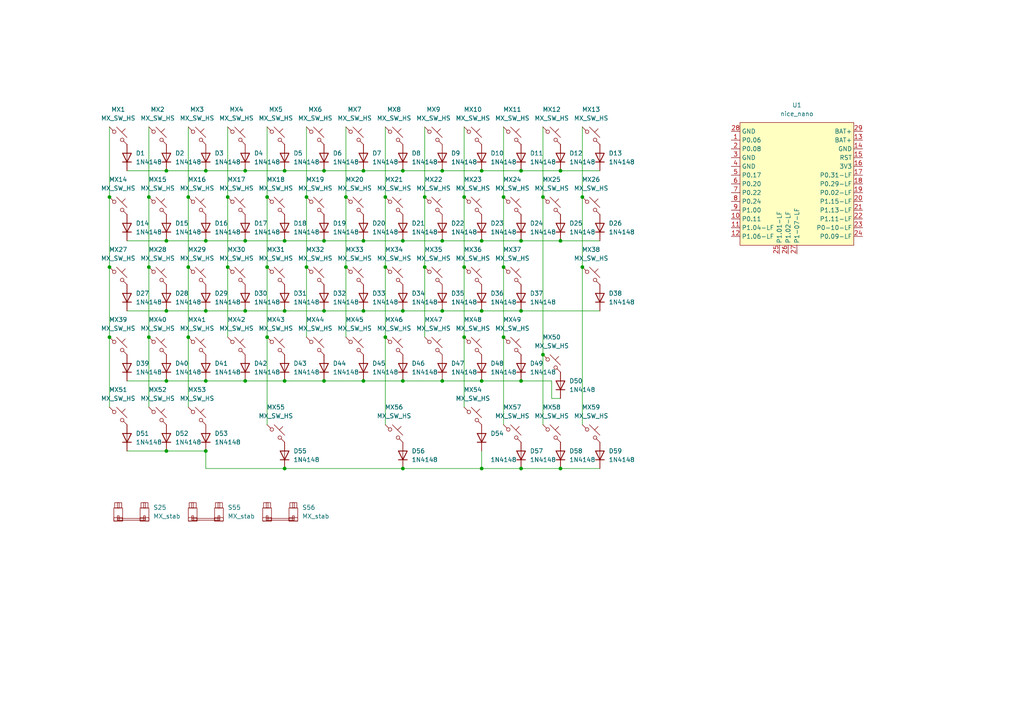
<source format=kicad_sch>
(kicad_sch (version 20230121) (generator eeschema)
  (paper "A4")
  (junction (at 162.56 69.85))
  (junction (at 31.75 77.47))
  (junction (at 54.61 57.15))
  (junction (at 82.55 69.85))
  (junction (at 66.04 77.47))
  (junction (at 151.13 110.49))
  (junction (at 134.62 97.79))
  (junction (at 116.84 90.17))
  (junction (at 139.7 110.49))
  (junction (at 71.12 69.85))
  (junction (at 151.13 90.17))
  (junction (at 82.55 110.49))
  (junction (at 123.19 77.47))
  (junction (at 134.62 57.15))
  (junction (at 43.18 97.79))
  (junction (at 105.41 49.53))
  (junction (at 116.84 135.89))
  (junction (at 168.91 77.47))
  (junction (at 139.7 49.53))
  (junction (at 77.47 77.47))
  (junction (at 82.55 135.89))
  (junction (at 77.47 57.15))
  (junction (at 139.7 69.85))
  (junction (at 105.41 90.17))
  (junction (at 139.7 90.17))
  (junction (at 59.69 49.53))
  (junction (at 111.76 97.79))
  (junction (at 105.41 110.49))
  (junction (at 59.69 69.85))
  (junction (at 93.98 90.17))
  (junction (at 128.27 69.85))
  (junction (at 116.84 110.49))
  (junction (at 111.76 77.47))
  (junction (at 77.47 97.79))
  (junction (at 31.75 97.79))
  (junction (at 116.84 69.85))
  (junction (at 151.13 135.89))
  (junction (at 54.61 97.79))
  (junction (at 66.04 57.15))
  (junction (at 123.19 57.15))
  (junction (at 48.26 130.81))
  (junction (at 93.98 110.49))
  (junction (at 31.75 57.15))
  (junction (at 105.41 69.85))
  (junction (at 157.48 102.87))
  (junction (at 59.69 90.17))
  (junction (at 71.12 90.17))
  (junction (at 48.26 49.53))
  (junction (at 93.98 69.85))
  (junction (at 134.62 77.47))
  (junction (at 100.33 57.15))
  (junction (at 43.18 57.15))
  (junction (at 116.84 49.53))
  (junction (at 146.05 57.15))
  (junction (at 162.56 49.53))
  (junction (at 48.26 90.17))
  (junction (at 71.12 110.49))
  (junction (at 48.26 110.49))
  (junction (at 128.27 110.49))
  (junction (at 43.18 77.47))
  (junction (at 151.13 49.53))
  (junction (at 146.05 97.79))
  (junction (at 128.27 49.53))
  (junction (at 88.9 57.15))
  (junction (at 93.98 49.53))
  (junction (at 128.27 90.17))
  (junction (at 82.55 49.53))
  (junction (at 54.61 77.47))
  (junction (at 71.12 49.53))
  (junction (at 151.13 69.85))
  (junction (at 59.69 110.49))
  (junction (at 82.55 90.17))
  (junction (at 157.48 57.15))
  (junction (at 168.91 57.15))
  (junction (at 111.76 57.15))
  (junction (at 48.26 69.85))
  (junction (at 100.33 77.47))
  (junction (at 59.69 130.81))
  (junction (at 88.9 77.47))
  (junction (at 146.05 77.47))
  (junction (at 139.7 135.89))
  (junction (at 162.56 135.89))
  (wire (pts (xy 59.69 135.89) (xy 59.69 130.81)))
  (wire (pts (xy 160.02 110.49) (xy 151.13 110.49)))
  (wire (pts (xy 59.69 69.85) (xy 71.12 69.85)))
  (wire (pts (xy 151.13 69.85) (xy 162.56 69.85)))
  (wire (pts (xy 43.18 36.83) (xy 43.18 57.15)))
  (wire (pts (xy 162.56 69.85) (xy 173.99 69.85)))
  (wire (pts (xy 36.83 69.85) (xy 48.26 69.85)))
  (wire (pts (xy 54.61 97.79) (xy 54.61 118.11)))
  (wire (pts (xy 139.7 135.89) (xy 151.13 135.89)))
  (wire (pts (xy 82.55 49.53) (xy 93.98 49.53)))
  (wire (pts (xy 146.05 57.15) (xy 146.05 77.47)))
  (wire (pts (xy 139.7 69.85) (xy 151.13 69.85)))
  (wire (pts (xy 146.05 77.47) (xy 146.05 97.79)))
  (wire (pts (xy 100.33 36.83) (xy 100.33 57.15)))
  (wire (pts (xy 151.13 49.53) (xy 162.56 49.53)))
  (wire (pts (xy 93.98 69.85) (xy 105.41 69.85)))
  (wire (pts (xy 111.76 57.15) (xy 111.76 77.47)))
  (wire (pts (xy 31.75 77.47) (xy 31.75 97.79)))
  (wire (pts (xy 36.83 110.49) (xy 48.26 110.49)))
  (wire (pts (xy 168.91 57.15) (xy 168.91 77.47)))
  (wire (pts (xy 93.98 90.17) (xy 105.41 90.17)))
  (wire (pts (xy 43.18 77.47) (xy 43.18 97.79)))
  (wire (pts (xy 105.41 49.53) (xy 116.84 49.53)))
  (wire (pts (xy 31.75 36.83) (xy 31.75 57.15)))
  (wire (pts (xy 66.04 57.15) (xy 66.04 77.47)))
  (wire (pts (xy 123.19 57.15) (xy 123.19 77.47)))
  (wire (pts (xy 31.75 57.15) (xy 31.75 77.47)))
  (wire (pts (xy 36.83 90.17) (xy 48.26 90.17)))
  (wire (pts (xy 116.84 90.17) (xy 128.27 90.17)))
  (wire (pts (xy 82.55 90.17) (xy 93.98 90.17)))
  (wire (pts (xy 59.69 49.53) (xy 71.12 49.53)))
  (wire (pts (xy 93.98 49.53) (xy 105.41 49.53)))
  (wire (pts (xy 82.55 69.85) (xy 93.98 69.85)))
  (wire (pts (xy 123.19 77.47) (xy 123.19 97.79)))
  (wire (pts (xy 128.27 69.85) (xy 139.7 69.85)))
  (wire (pts (xy 134.62 77.47) (xy 134.62 97.79)))
  (wire (pts (xy 66.04 77.47) (xy 66.04 97.79)))
  (wire (pts (xy 146.05 36.83) (xy 146.05 57.15)))
  (wire (pts (xy 134.62 36.83) (xy 134.62 57.15)))
  (wire (pts (xy 111.76 97.79) (xy 111.76 123.19)))
  (wire (pts (xy 105.41 90.17) (xy 116.84 90.17)))
  (wire (pts (xy 168.91 36.83) (xy 168.91 57.15)))
  (wire (pts (xy 111.76 36.83) (xy 111.76 57.15)))
  (wire (pts (xy 88.9 36.83) (xy 88.9 57.15)))
  (wire (pts (xy 134.62 57.15) (xy 134.62 77.47)))
  (wire (pts (xy 48.26 69.85) (xy 59.69 69.85)))
  (wire (pts (xy 93.98 110.49) (xy 105.41 110.49)))
  (wire (pts (xy 162.56 49.53) (xy 173.99 49.53)))
  (wire (pts (xy 100.33 57.15) (xy 100.33 77.47)))
  (wire (pts (xy 105.41 69.85) (xy 116.84 69.85)))
  (wire (pts (xy 82.55 135.89) (xy 116.84 135.89)))
  (wire (pts (xy 77.47 77.47) (xy 77.47 97.79)))
  (wire (pts (xy 82.55 110.49) (xy 93.98 110.49)))
  (wire (pts (xy 48.26 110.49) (xy 59.69 110.49)))
  (wire (pts (xy 139.7 135.89) (xy 139.7 130.81)))
  (wire (pts (xy 31.75 97.79) (xy 31.75 118.11)))
  (wire (pts (xy 77.47 97.79) (xy 77.47 123.19)))
  (wire (pts (xy 128.27 49.53) (xy 139.7 49.53)))
  (wire (pts (xy 105.41 110.49) (xy 116.84 110.49)))
  (wire (pts (xy 134.62 97.79) (xy 134.62 118.11)))
  (wire (pts (xy 168.91 77.47) (xy 168.91 123.19)))
  (wire (pts (xy 116.84 49.53) (xy 128.27 49.53)))
  (wire (pts (xy 157.48 102.87) (xy 157.48 123.19)))
  (wire (pts (xy 100.33 77.47) (xy 100.33 97.79)))
  (wire (pts (xy 111.76 77.47) (xy 111.76 97.79)))
  (wire (pts (xy 59.69 90.17) (xy 71.12 90.17)))
  (wire (pts (xy 54.61 57.15) (xy 54.61 77.47)))
  (wire (pts (xy 116.84 135.89) (xy 139.7 135.89)))
  (wire (pts (xy 48.26 49.53) (xy 59.69 49.53)))
  (wire (pts (xy 36.83 130.81) (xy 48.26 130.81)))
  (wire (pts (xy 59.69 110.49) (xy 71.12 110.49)))
  (wire (pts (xy 157.48 36.83) (xy 157.48 57.15)))
  (wire (pts (xy 88.9 77.47) (xy 88.9 97.79)))
  (wire (pts (xy 48.26 130.81) (xy 59.69 130.81)))
  (wire (pts (xy 123.19 36.83) (xy 123.19 57.15)))
  (wire (pts (xy 139.7 110.49) (xy 151.13 110.49)))
  (wire (pts (xy 48.26 90.17) (xy 59.69 90.17)))
  (wire (pts (xy 36.83 49.53) (xy 48.26 49.53)))
  (wire (pts (xy 54.61 36.83) (xy 54.61 57.15)))
  (wire (pts (xy 139.7 90.17) (xy 151.13 90.17)))
  (wire (pts (xy 116.84 69.85) (xy 128.27 69.85)))
  (wire (pts (xy 77.47 57.15) (xy 77.47 77.47)))
  (wire (pts (xy 157.48 57.15) (xy 157.48 102.87)))
  (wire (pts (xy 54.61 77.47) (xy 54.61 97.79)))
  (wire (pts (xy 71.12 69.85) (xy 82.55 69.85)))
  (wire (pts (xy 139.7 49.53) (xy 151.13 49.53)))
  (wire (pts (xy 43.18 57.15) (xy 43.18 77.47)))
  (wire (pts (xy 71.12 49.53) (xy 82.55 49.53)))
  (wire (pts (xy 116.84 110.49) (xy 128.27 110.49)))
  (wire (pts (xy 151.13 135.89) (xy 162.56 135.89)))
  (wire (pts (xy 151.13 90.17) (xy 173.99 90.17)))
  (wire (pts (xy 88.9 57.15) (xy 88.9 77.47)))
  (wire (pts (xy 71.12 110.49) (xy 82.55 110.49)))
  (wire (pts (xy 59.69 135.89) (xy 82.55 135.89)))
  (wire (pts (xy 77.47 36.83) (xy 77.47 57.15)))
  (wire (pts (xy 160.02 115.57) (xy 162.56 115.57)))
  (wire (pts (xy 66.04 36.83) (xy 66.04 57.15)))
  (wire (pts (xy 128.27 110.49) (xy 139.7 110.49)))
  (wire (pts (xy 162.56 135.89) (xy 173.99 135.89)))
  (wire (pts (xy 71.12 90.17) (xy 82.55 90.17)))
  (wire (pts (xy 146.05 97.79) (xy 146.05 123.19)))
  (wire (pts (xy 160.02 115.57) (xy 160.02 110.49)))
  (wire (pts (xy 128.27 90.17) (xy 139.7 90.17)))
  (wire (pts (xy 43.18 97.79) (xy 43.18 118.11)))
  (symbol (lib_id "PCM_marbastlib-mx:MX_SW_HS") (at 160.02 105.41 0) (unit 1)
    (property "Reference" "MX50" (at 160.02 97.79 0))
    (property "Value" "MX_SW_HS" (at 160.02 100.33 0))
    (property "Footprint" "PCM_marbastlib-mx:SW_MX_HS_S_1u_REVERSE" (effects hide))
  )
  (symbol (lib_id "PCM_marbastlib-mx:MX_SW_HS") (at 34.29 120.65 0) (unit 1)
    (property "Reference" "MX51" (at 34.29 113.03 0))
    (property "Value" "MX_SW_HS" (at 34.29 115.57 0))
    (property "Footprint" "PCM_marbastlib-mx:SW_MX_HS_S_1.25u_REVERSE" (effects hide))
  )
  (symbol (lib_id "PCM_marbastlib-mx:MX_SW_HS") (at 171.45 125.73 0) (unit 1)
    (property "Reference" "MX59" (at 171.45 118.11 0))
    (property "Value" "MX_SW_HS" (at 171.45 120.65 0))
    (property "Footprint" "PCM_marbastlib-mx:SW_MX_HS_S_1u_REVERSE" (effects hide))
  )
  (symbol (lib_id "Diode:1N4148") (at 71.12 106.68 90) (unit 1)
    (property "Reference" "D42" (at 73.66 105.41 90) (effects (justify right)))
    (property "Value" "1N4148" (at 73.66 107.95 90) (effects (justify right)))
    (property "Footprint" "Kicad footprints:D_SOD-123 invisible designator" (effects hide))
    (property "Datasheet" "https://assets.nexperia.com/documents/data-sheet/1N4148_1N4448.pdf" (effects hide))
    (property "Sim.Device" "D" (effects hide))
    (property "Sim.Pins" "1=K 2=A" (effects hide))
  )
  (symbol (lib_id "Diode:1N4148") (at 173.99 86.36 90) (unit 1)
    (property "Reference" "D38" (at 176.53 85.09 90) (effects (justify right)))
    (property "Value" "1N4148" (at 176.53 87.63 90) (effects (justify right)))
    (property "Footprint" "Kicad footprints:D_SOD-123 invisible designator" (effects hide))
    (property "Datasheet" "https://assets.nexperia.com/documents/data-sheet/1N4148_1N4448.pdf" (effects hide))
    (property "Sim.Device" "D" (effects hide))
    (property "Sim.Pins" "1=K 2=A" (effects hide))
  )
  (symbol (lib_id "PCM_marbastlib-mx:MX_SW_HS") (at 160.02 39.37 0) (unit 1)
    (property "Reference" "MX12" (at 160.02 31.75 0))
    (property "Value" "MX_SW_HS" (at 160.02 34.29 0))
    (property "Footprint" "PCM_marbastlib-mx:SW_MX_HS_S_1u_REVERSE" (effects hide))
  )
  (symbol (lib_id "PCM_marbastlib-mx:MX_SW_HS") (at 57.15 120.65 0) (unit 1)
    (property "Reference" "MX53" (at 57.15 113.03 0))
    (property "Value" "MX_SW_HS" (at 57.15 115.57 0))
    (property "Footprint" "PCM_marbastlib-mx:SW_MX_HS_S_1.25u_REVERSE" (effects hide))
  )
  (symbol (lib_id "PCM_marbastlib-mx:MX_SW_HS") (at 125.73 39.37 0) (unit 1)
    (property "Reference" "MX9" (at 125.73 31.75 0))
    (property "Value" "MX_SW_HS" (at 125.73 34.29 0))
    (property "Footprint" "PCM_marbastlib-mx:SW_MX_HS_S_1u_REVERSE" (effects hide))
  )
  (symbol (lib_id "Diode:1N4148") (at 71.12 45.72 90) (unit 1)
    (property "Reference" "D4" (at 73.66 44.45 90) (effects (justify right)))
    (property "Value" "1N4148" (at 73.66 46.99 90) (effects (justify right)))
    (property "Footprint" "Kicad footprints:D_SOD-123 invisible designator" (effects hide))
    (property "Datasheet" "https://assets.nexperia.com/documents/data-sheet/1N4148_1N4448.pdf" (effects hide))
    (property "Sim.Device" "D" (effects hide))
    (property "Sim.Pins" "1=K 2=A" (effects hide))
  )
  (symbol (lib_id "Diode:1N4148") (at 128.27 86.36 90) (unit 1)
    (property "Reference" "D35" (at 130.81 85.09 90) (effects (justify right)))
    (property "Value" "1N4148" (at 130.81 87.63 90) (effects (justify right)))
    (property "Footprint" "Kicad footprints:D_SOD-123 invisible designator" (effects hide))
    (property "Datasheet" "https://assets.nexperia.com/documents/data-sheet/1N4148_1N4448.pdf" (effects hide))
    (property "Sim.Device" "D" (effects hide))
    (property "Sim.Pins" "1=K 2=A" (effects hide))
  )
  (symbol (lib_id "PCM_marbastlib-mx:MX_SW_HS") (at 91.44 80.01 0) (unit 1)
    (property "Reference" "MX32" (at 91.44 72.39 0))
    (property "Value" "MX_SW_HS" (at 91.44 74.93 0))
    (property "Footprint" "PCM_marbastlib-mx:SW_MX_HS_S_1u_REVERSE" (effects hide))
  )
  (symbol (lib_id "Diode:1N4148") (at 105.41 106.68 90) (unit 1)
    (property "Reference" "D45" (at 107.95 105.41 90) (effects (justify right)))
    (property "Value" "1N4148" (at 107.95 107.95 90) (effects (justify right)))
    (property "Footprint" "Kicad footprints:D_SOD-123 invisible designator" (effects hide))
    (property "Datasheet" "https://assets.nexperia.com/documents/data-sheet/1N4148_1N4448.pdf" (effects hide))
    (property "Sim.Device" "D" (effects hide))
    (property "Sim.Pins" "1=K 2=A" (effects hide))
  )
  (symbol (lib_id "Diode:1N4148") (at 173.99 66.04 90) (unit 1)
    (property "Reference" "D26" (at 176.53 64.77 90) (effects (justify right)))
    (property "Value" "1N4148" (at 176.53 67.31 90) (effects (justify right)))
    (property "Footprint" "Kicad footprints:D_SOD-123 invisible designator" (effects hide))
    (property "Datasheet" "https://assets.nexperia.com/documents/data-sheet/1N4148_1N4448.pdf" (effects hide))
    (property "Sim.Device" "D" (effects hide))
    (property "Sim.Pins" "1=K 2=A" (effects hide))
  )
  (symbol (lib_id "PCM_marbastlib-mx:MX_SW_HS") (at 91.44 100.33 0) (unit 1)
    (property "Reference" "MX44" (at 91.44 92.71 0))
    (property "Value" "MX_SW_HS" (at 91.44 95.25 0))
    (property "Footprint" "PCM_marbastlib-mx:SW_MX_HS_S_1u_REVERSE" (effects hide))
  )
  (symbol (lib_id "Diode:1N4148") (at 105.41 45.72 90) (unit 1)
    (property "Reference" "D7" (at 107.95 44.45 90) (effects (justify right)))
    (property "Value" "1N4148" (at 107.95 46.99 90) (effects (justify right)))
    (property "Footprint" "Kicad footprints:D_SOD-123 invisible designator" (effects hide))
    (property "Datasheet" "https://assets.nexperia.com/documents/data-sheet/1N4148_1N4448.pdf" (effects hide))
    (property "Sim.Device" "D" (effects hide))
    (property "Sim.Pins" "1=K 2=A" (effects hide))
  )
  (symbol (lib_id "PCM_marbastlib-mx:MX_SW_HS") (at 137.16 80.01 0) (unit 1)
    (property "Reference" "MX36" (at 137.16 72.39 0))
    (property "Value" "MX_SW_HS" (at 137.16 74.93 0))
    (property "Footprint" "PCM_marbastlib-mx:SW_MX_HS_S_1u_REVERSE" (effects hide))
  )
  (symbol (lib_id "PCM_marbastlib-mx:MX_SW_HS") (at 57.15 59.69 0) (unit 1)
    (property "Reference" "MX16" (at 57.15 52.07 0))
    (property "Value" "MX_SW_HS" (at 57.15 54.61 0))
    (property "Footprint" "PCM_marbastlib-mx:SW_MX_HS_S_1u_REVERSE" (effects hide))
  )
  (symbol (lib_id "Diode:1N4148") (at 139.7 45.72 90) (unit 1)
    (property "Reference" "D10" (at 142.24 44.45 90) (effects (justify right)))
    (property "Value" "1N4148" (at 142.24 46.99 90) (effects (justify right)))
    (property "Footprint" "Kicad footprints:D_SOD-123 invisible designator" (effects hide))
    (property "Datasheet" "https://assets.nexperia.com/documents/data-sheet/1N4148_1N4448.pdf" (effects hide))
    (property "Sim.Device" "D" (effects hide))
    (property "Sim.Pins" "1=K 2=A" (effects hide))
  )
  (symbol (lib_id "PCM_marbastlib-mx:MX_SW_HS") (at 148.59 100.33 0) (unit 1)
    (property "Reference" "MX49" (at 148.59 92.71 0))
    (property "Value" "MX_SW_HS" (at 148.59 95.25 0))
    (property "Footprint" "PCM_marbastlib-mx:SW_MX_HS_S_1u_REVERSE" (effects hide))
  )
  (symbol (lib_id "PCM_marbastlib-mx:MX_SW_HS") (at 171.45 39.37 0) (unit 1)
    (property "Reference" "MX13" (at 171.45 31.75 0))
    (property "Value" "MX_SW_HS" (at 171.45 34.29 0))
    (property "Footprint" "PCM_marbastlib-mx:SW_MX_HS_S_1u_REVERSE" (effects hide))
  )
  (symbol (lib_id "PCM_marbastlib-mx:MX_SW_HS") (at 80.01 59.69 0) (unit 1)
    (property "Reference" "MX18" (at 80.01 52.07 0))
    (property "Value" "MX_SW_HS" (at 80.01 54.61 0))
    (property "Footprint" "PCM_marbastlib-mx:SW_MX_HS_S_1u_REVERSE" (effects hide))
  )
  (symbol (lib_id "PCM_marbastlib-mx:MX_SW_HS") (at 34.29 100.33 0) (unit 1)
    (property "Reference" "MX39" (at 34.29 92.71 0))
    (property "Value" "MX_SW_HS" (at 34.29 95.25 0))
    (property "Footprint" "PCM_marbastlib-mx:SW_MX_HS_S_1.5u_REVERSE" (effects hide))
  )
  (symbol (lib_id "Diode:1N4148") (at 59.69 127 90) (unit 1)
    (property "Reference" "D53" (at 62.23 125.73 90) (effects (justify right)))
    (property "Value" "1N4148" (at 62.23 128.27 90) (effects (justify right)))
    (property "Footprint" "Kicad footprints:D_SOD-123 invisible designator" (effects hide))
    (property "Datasheet" "https://assets.nexperia.com/documents/data-sheet/1N4148_1N4448.pdf" (effects hide))
    (property "Sim.Device" "D" (effects hide))
    (property "Sim.Pins" "1=K 2=A" (effects hide))
  )
  (symbol (lib_id "PCM_marbastlib-promicroish:nice_nano") (at 231.14 54.61 0) (unit 1) (in_bom no)
    (property "Reference" "U1" (at 231.14 30.48 0))
    (property "Value" "nice_nano" (at 231.14 33.02 0))
    (property "Footprint" "PCM_marbastlib-xp-promicroish:nice_nano_AH_USBup" (effects hide))
    (property "Datasheet" "https://nicekeyboards.com/docs/nice-nano/pinout-schematic" (effects hide))
  )
  (symbol (lib_id "Diode:1N4148") (at 173.99 45.72 90) (unit 1)
    (property "Reference" "D13" (at 176.53 44.45 90) (effects (justify right)))
    (property "Value" "1N4148" (at 176.53 46.99 90) (effects (justify right)))
    (property "Footprint" "Kicad footprints:D_SOD-123 invisible designator" (effects hide))
    (property "Datasheet" "https://assets.nexperia.com/documents/data-sheet/1N4148_1N4448.pdf" (effects hide))
    (property "Sim.Device" "D" (effects hide))
    (property "Sim.Pins" "1=K 2=A" (effects hide))
  )
  (symbol (lib_id "Diode:1N4148") (at 128.27 45.72 90) (unit 1)
    (property "Reference" "D9" (at 130.81 44.45 90) (effects (justify right)))
    (property "Value" "1N4148" (at 130.81 46.99 90) (effects (justify right)))
    (property "Footprint" "Kicad footprints:D_SOD-123 invisible designator" (effects hide))
    (property "Datasheet" "https://assets.nexperia.com/documents/data-sheet/1N4148_1N4448.pdf" (effects hide))
    (property "Sim.Device" "D" (effects hide))
    (property "Sim.Pins" "1=K 2=A" (effects hide))
  )
  (symbol (lib_id "PCM_marbastlib-mx:MX_SW_HS") (at 114.3 59.69 0) (unit 1)
    (property "Reference" "MX21" (at 114.3 52.07 0))
    (property "Value" "MX_SW_HS" (at 114.3 54.61 0))
    (property "Footprint" "PCM_marbastlib-mx:SW_MX_HS_S_1u_REVERSE" (effects hide))
  )
  (symbol (lib_id "PCM_marbastlib-mx:MX_SW_HS") (at 34.29 59.69 0) (unit 1)
    (property "Reference" "MX14" (at 34.29 52.07 0))
    (property "Value" "MX_SW_HS" (at 34.29 54.61 0))
    (property "Footprint" "PCM_marbastlib-mx:SW_MX_HS_S_1u_REVERSE" (effects hide))
  )
  (symbol (lib_id "PCM_marbastlib-mx:MX_SW_HS") (at 34.29 80.01 0) (unit 1)
    (property "Reference" "MX27" (at 34.29 72.39 0))
    (property "Value" "MX_SW_HS" (at 34.29 74.93 0))
    (property "Footprint" "PCM_marbastlib-mx:SW_MX_HS_S_1.25u_REVERSE" (effects hide))
  )
  (symbol (lib_id "PCM_marbastlib-mx:MX_SW_HS") (at 171.45 59.69 0) (unit 1)
    (property "Reference" "MX26" (at 171.45 52.07 0))
    (property "Value" "MX_SW_HS" (at 171.45 54.61 0))
    (property "Footprint" "PCM_marbastlib-mx:SW_MX_HS_S_1u_REVERSE" (effects hide))
  )
  (symbol (lib_id "Diode:1N4148") (at 93.98 66.04 90) (unit 1)
    (property "Reference" "D19" (at 96.52 64.77 90) (effects (justify right)))
    (property "Value" "1N4148" (at 96.52 67.31 90) (effects (justify right)))
    (property "Footprint" "Kicad footprints:D_SOD-123 invisible designator" (effects hide))
    (property "Datasheet" "https://assets.nexperia.com/documents/data-sheet/1N4148_1N4448.pdf" (effects hide))
    (property "Sim.Device" "D" (effects hide))
    (property "Sim.Pins" "1=K 2=A" (effects hide))
  )
  (symbol (lib_id "PCM_marbastlib-mx:MX_SW_HS") (at 148.59 125.73 0) (unit 1)
    (property "Reference" "MX57" (at 148.59 118.11 0))
    (property "Value" "MX_SW_HS" (at 148.59 120.65 0))
    (property "Footprint" "PCM_marbastlib-mx:SW_MX_HS_S_1u_REVERSE" (effects hide))
  )
  (symbol (lib_id "Diode:1N4148") (at 173.99 132.08 90) (unit 1)
    (property "Reference" "D59" (at 176.53 130.81 90) (effects (justify right)))
    (property "Value" "1N4148" (at 176.53 133.35 90) (effects (justify right)))
    (property "Footprint" "Kicad footprints:D_SOD-123 invisible designator" (effects hide))
    (property "Datasheet" "https://assets.nexperia.com/documents/data-sheet/1N4148_1N4448.pdf" (effects hide))
    (property "Sim.Device" "D" (effects hide))
    (property "Sim.Pins" "1=K 2=A" (effects hide))
  )
  (symbol (lib_id "Diode:1N4148") (at 162.56 66.04 90) (unit 1)
    (property "Reference" "D25" (at 165.1 64.77 90) (effects (justify right)))
    (property "Value" "1N4148" (at 165.1 67.31 90) (effects (justify right)))
    (property "Footprint" "Kicad footprints:D_SOD-123 invisible designator" (effects hide))
    (property "Datasheet" "https://assets.nexperia.com/documents/data-sheet/1N4148_1N4448.pdf" (effects hide))
    (property "Sim.Device" "D" (effects hide))
    (property "Sim.Pins" "1=K 2=A" (effects hide))
  )
  (symbol (lib_id "PCM_marbastlib-mx:MX_SW_HS") (at 34.29 39.37 0) (unit 1)
    (property "Reference" "MX1" (at 34.29 31.75 0))
    (property "Value" "MX_SW_HS" (at 34.29 34.29 0))
    (property "Footprint" "PCM_marbastlib-mx:SW_MX_HS_S_1u_REVERSE" (effects hide))
  )
  (symbol (lib_id "PCM_marbastlib-mx:MX_SW_HS") (at 171.45 80.01 0) (unit 1)
    (property "Reference" "MX38" (at 171.45 72.39 0))
    (property "Value" "MX_SW_HS" (at 171.45 74.93 0))
    (property "Footprint" "PCM_marbastlib-mx:SW_MX_HS_S_1u_REVERSE" (effects hide))
  )
  (symbol (lib_id "PCM_marbastlib-mx:MX_SW_HS") (at 68.58 59.69 0) (unit 1)
    (property "Reference" "MX17" (at 68.58 52.07 0))
    (property "Value" "MX_SW_HS" (at 68.58 54.61 0))
    (property "Footprint" "PCM_marbastlib-mx:SW_MX_HS_S_1u_REVERSE" (effects hide))
  )
  (symbol (lib_id "PCM_marbastlib-mx:MX_SW_HS") (at 102.87 80.01 0) (unit 1)
    (property "Reference" "MX33" (at 102.87 72.39 0))
    (property "Value" "MX_SW_HS" (at 102.87 74.93 0))
    (property "Footprint" "PCM_marbastlib-mx:SW_MX_HS_S_1u_REVERSE" (effects hide))
  )
  (symbol (lib_id "PCM_marbastlib-mx:MX_SW_HS") (at 68.58 100.33 0) (unit 1)
    (property "Reference" "MX42" (at 68.58 92.71 0))
    (property "Value" "MX_SW_HS" (at 68.58 95.25 0))
    (property "Footprint" "PCM_marbastlib-mx:SW_MX_HS_S_1u_REVERSE" (effects hide))
  )
  (symbol (lib_id "PCM_marbastlib-mx:MX_SW_HS") (at 148.59 80.01 0) (unit 1)
    (property "Reference" "MX37" (at 148.59 72.39 0))
    (property "Value" "MX_SW_HS" (at 148.59 74.93 0))
    (property "Footprint" "PCM_marbastlib-mx:SW_MX_HS_S_1u_REVERSE" (effects hide))
  )
  (symbol (lib_id "Diode:1N4148") (at 93.98 86.36 90) (unit 1)
    (property "Reference" "D32" (at 96.52 85.09 90) (effects (justify right)))
    (property "Value" "1N4148" (at 96.52 87.63 90) (effects (justify right)))
    (property "Footprint" "Kicad footprints:D_SOD-123 invisible designator" (effects hide))
    (property "Datasheet" "https://assets.nexperia.com/documents/data-sheet/1N4148_1N4448.pdf" (effects hide))
    (property "Sim.Device" "D" (effects hide))
    (property "Sim.Pins" "1=K 2=A" (effects hide))
  )
  (symbol (lib_id "PCM_marbastlib-mx:MX_stab") (at 38.1 148.59 0) (unit 1)
    (property "Reference" "S25" (at 44.45 147.193 0) (effects (justify left)))
    (property "Value" "MX_stab" (at 44.45 149.733 0) (effects (justify left)))
    (property "Footprint" "PCM_marbastlib-mx:STAB_MX_ISO" (effects hide))
  )
  (symbol (lib_id "Diode:1N4148") (at 151.13 132.08 90) (unit 1)
    (property "Reference" "D57" (at 153.67 130.81 90) (effects (justify right)))
    (property "Value" "1N4148" (at 153.67 133.35 90) (effects (justify right)))
    (property "Footprint" "Kicad footprints:D_SOD-123 invisible designator" (effects hide))
    (property "Datasheet" "https://assets.nexperia.com/documents/data-sheet/1N4148_1N4448.pdf" (effects hide))
    (property "Sim.Device" "D" (effects hide))
    (property "Sim.Pins" "1=K 2=A" (effects hide))
  )
  (symbol (lib_id "Diode:1N4148") (at 116.84 86.36 90) (unit 1)
    (property "Reference" "D34" (at 119.38 85.09 90) (effects (justify right)))
    (property "Value" "1N4148" (at 119.38 87.63 90) (effects (justify right)))
    (property "Footprint" "Kicad footprints:D_SOD-123 invisible designator" (effects hide))
    (property "Datasheet" "https://assets.nexperia.com/documents/data-sheet/1N4148_1N4448.pdf" (effects hide))
    (property "Sim.Device" "D" (effects hide))
    (property "Sim.Pins" "1=K 2=A" (effects hide))
  )
  (symbol (lib_id "Diode:1N4148") (at 82.55 86.36 90) (unit 1)
    (property "Reference" "D31" (at 85.09 85.09 90) (effects (justify right)))
    (property "Value" "1N4148" (at 85.09 87.63 90) (effects (justify right)))
    (property "Footprint" "Kicad footprints:D_SOD-123 invisible designator" (effects hide))
    (property "Datasheet" "https://assets.nexperia.com/documents/data-sheet/1N4148_1N4448.pdf" (effects hide))
    (property "Sim.Device" "D" (effects hide))
    (property "Sim.Pins" "1=K 2=A" (effects hide))
  )
  (symbol (lib_id "PCM_marbastlib-mx:MX_SW_HS") (at 114.3 125.73 0) (unit 1)
    (property "Reference" "MX56" (at 114.3 118.11 0))
    (property "Value" "MX_SW_HS" (at 114.3 120.65 0))
    (property "Footprint" "PCM_marbastlib-mx:SW_MX_HS_S_1u_REVERSE" (effects hide))
  )
  (symbol (lib_id "PCM_marbastlib-mx:MX_SW_HS") (at 80.01 125.73 0) (unit 1)
    (property "Reference" "MX55" (at 80.01 118.11 0))
    (property "Value" "MX_SW_HS" (at 80.01 120.65 0))
    (property "Footprint" "PCM_marbastlib-mx:SW_MX_HS_S_1u_REVERSE" (effects hide))
  )
  (symbol (lib_id "Diode:1N4148") (at 59.69 66.04 90) (unit 1)
    (property "Reference" "D16" (at 62.23 64.77 90) (effects (justify right)))
    (property "Value" "1N4148" (at 62.23 67.31 90) (effects (justify right)))
    (property "Footprint" "Kicad footprints:D_SOD-123 invisible designator" (effects hide))
    (property "Datasheet" "https://assets.nexperia.com/documents/data-sheet/1N4148_1N4448.pdf" (effects hide))
    (property "Sim.Device" "D" (effects hide))
    (property "Sim.Pins" "1=K 2=A" (effects hide))
  )
  (symbol (lib_id "Diode:1N4148") (at 48.26 127 90) (unit 1)
    (property "Reference" "D52" (at 50.8 125.73 90) (effects (justify right)))
    (property "Value" "1N4148" (at 50.8 128.27 90) (effects (justify right)))
    (property "Footprint" "Kicad footprints:D_SOD-123 invisible designator" (effects hide))
    (property "Datasheet" "https://assets.nexperia.com/documents/data-sheet/1N4148_1N4448.pdf" (effects hide))
    (property "Sim.Device" "D" (effects hide))
    (property "Sim.Pins" "1=K 2=A" (effects hide))
  )
  (symbol (lib_id "PCM_marbastlib-mx:MX_SW_HS") (at 137.16 100.33 0) (unit 1)
    (property "Reference" "MX48" (at 137.16 92.71 0))
    (property "Value" "MX_SW_HS" (at 137.16 95.25 0))
    (property "Footprint" "PCM_marbastlib-mx:SW_MX_HS_S_1u_REVERSE" (effects hide))
  )
  (symbol (lib_id "Diode:1N4148") (at 82.55 66.04 90) (unit 1)
    (property "Reference" "D18" (at 85.09 64.77 90) (effects (justify right)))
    (property "Value" "1N4148" (at 85.09 67.31 90) (effects (justify right)))
    (property "Footprint" "Kicad footprints:D_SOD-123 invisible designator" (effects hide))
    (property "Datasheet" "https://assets.nexperia.com/documents/data-sheet/1N4148_1N4448.pdf" (effects hide))
    (property "Sim.Device" "D" (effects hide))
    (property "Sim.Pins" "1=K 2=A" (effects hide))
  )
  (symbol (lib_id "Diode:1N4148") (at 71.12 86.36 90) (unit 1)
    (property "Reference" "D30" (at 73.66 85.09 90) (effects (justify right)))
    (property "Value" "1N4148" (at 73.66 87.63 90) (effects (justify right)))
    (property "Footprint" "Kicad footprints:D_SOD-123 invisible designator" (effects hide))
    (property "Datasheet" "https://assets.nexperia.com/documents/data-sheet/1N4148_1N4448.pdf" (effects hide))
    (property "Sim.Device" "D" (effects hide))
    (property "Sim.Pins" "1=K 2=A" (effects hide))
  )
  (symbol (lib_id "PCM_marbastlib-mx:MX_stab") (at 81.28 148.59 0) (unit 1)
    (property "Reference" "S56" (at 87.63 147.193 0) (effects (justify left)))
    (property "Value" "MX_stab" (at 87.63 149.733 0) (effects (justify left)))
    (property "Footprint" "PCM_marbastlib-mx:STAB_MX_2.25u" (effects hide))
  )
  (symbol (lib_id "Diode:1N4148") (at 82.55 132.08 90) (unit 1)
    (property "Reference" "D55" (at 85.09 130.81 90) (effects (justify right)))
    (property "Value" "1N4148" (at 85.09 133.35 90) (effects (justify right)))
    (property "Footprint" "Kicad footprints:D_SOD-123 invisible designator" (effects hide))
    (property "Datasheet" "https://assets.nexperia.com/documents/data-sheet/1N4148_1N4448.pdf" (effects hide))
    (property "Sim.Device" "D" (effects hide))
    (property "Sim.Pins" "1=K 2=A" (effects hide))
  )
  (symbol (lib_id "Diode:1N4148") (at 162.56 45.72 90) (unit 1)
    (property "Reference" "D12" (at 165.1 44.45 90) (effects (justify right)))
    (property "Value" "1N4148" (at 165.1 46.99 90) (effects (justify right)))
    (property "Footprint" "Kicad footprints:D_SOD-123 invisible designator" (effects hide))
    (property "Datasheet" "https://assets.nexperia.com/documents/data-sheet/1N4148_1N4448.pdf" (effects hide))
    (property "Sim.Device" "D" (effects hide))
    (property "Sim.Pins" "1=K 2=A" (effects hide))
  )
  (symbol (lib_id "Diode:1N4148") (at 93.98 45.72 90) (unit 1)
    (property "Reference" "D6" (at 96.52 44.45 90) (effects (justify right)))
    (property "Value" "1N4148" (at 96.52 46.99 90) (effects (justify right)))
    (property "Footprint" "Kicad footprints:D_SOD-123 invisible designator" (effects hide))
    (property "Datasheet" "https://assets.nexperia.com/documents/data-sheet/1N4148_1N4448.pdf" (effects hide))
    (property "Sim.Device" "D" (effects hide))
    (property "Sim.Pins" "1=K 2=A" (effects hide))
  )
  (symbol (lib_id "Diode:1N4148") (at 151.13 66.04 90) (unit 1)
    (property "Reference" "D24" (at 153.67 64.77 90) (effects (justify right)))
    (property "Value" "1N4148" (at 153.67 67.31 90) (effects (justify right)))
    (property "Footprint" "Kicad footprints:D_SOD-123 invisible designator" (effects hide))
    (property "Datasheet" "https://assets.nexperia.com/documents/data-sheet/1N4148_1N4448.pdf" (effects hide))
    (property "Sim.Device" "D" (effects hide))
    (property "Sim.Pins" "1=K 2=A" (effects hide))
  )
  (symbol (lib_id "PCM_marbastlib-mx:MX_SW_HS") (at 91.44 59.69 0) (unit 1)
    (property "Reference" "MX19" (at 91.44 52.07 0))
    (property "Value" "MX_SW_HS" (at 91.44 54.61 0))
    (property "Footprint" "PCM_marbastlib-mx:SW_MX_HS_S_1u_REVERSE" (effects hide))
  )
  (symbol (lib_id "PCM_marbastlib-mx:MX_SW_HS") (at 45.72 120.65 0) (unit 1)
    (property "Reference" "MX52" (at 45.72 113.03 0))
    (property "Value" "MX_SW_HS" (at 45.72 115.57 0))
    (property "Footprint" "PCM_marbastlib-mx:SW_MX_HS_S_1.25u_REVERSE" (effects hide))
  )
  (symbol (lib_id "PCM_marbastlib-mx:MX_SW_HS") (at 114.3 39.37 0) (unit 1)
    (property "Reference" "MX8" (at 114.3 31.75 0))
    (property "Value" "MX_SW_HS" (at 114.3 34.29 0))
    (property "Footprint" "PCM_marbastlib-mx:SW_MX_HS_S_1u_REVERSE" (effects hide))
  )
  (symbol (lib_id "Diode:1N4148") (at 162.56 132.08 90) (unit 1)
    (property "Reference" "D58" (at 165.1 130.81 90) (effects (justify right)))
    (property "Value" "1N4148" (at 165.1 133.35 90) (effects (justify right)))
    (property "Footprint" "Kicad footprints:D_SOD-123 invisible designator" (effects hide))
    (property "Datasheet" "https://assets.nexperia.com/documents/data-sheet/1N4148_1N4448.pdf" (effects hide))
    (property "Sim.Device" "D" (effects hide))
    (property "Sim.Pins" "1=K 2=A" (effects hide))
  )
  (symbol (lib_id "Diode:1N4148") (at 151.13 86.36 90) (unit 1)
    (property "Reference" "D37" (at 153.67 85.09 90) (effects (justify right)))
    (property "Value" "1N4148" (at 153.67 87.63 90) (effects (justify right)))
    (property "Footprint" "Kicad footprints:D_SOD-123 invisible designator" (effects hide))
    (property "Datasheet" "https://assets.nexperia.com/documents/data-sheet/1N4148_1N4448.pdf" (effects hide))
    (property "Sim.Device" "D" (effects hide))
    (property "Sim.Pins" "1=K 2=A" (effects hide))
  )
  (symbol (lib_id "Diode:1N4148") (at 48.26 86.36 90) (unit 1)
    (property "Reference" "D28" (at 50.8 85.09 90) (effects (justify right)))
    (property "Value" "1N4148" (at 50.8 87.63 90) (effects (justify right)))
    (property "Footprint" "Kicad footprints:D_SOD-123 invisible designator" (effects hide))
    (property "Datasheet" "https://assets.nexperia.com/documents/data-sheet/1N4148_1N4448.pdf" (effects hide))
    (property "Sim.Device" "D" (effects hide))
    (property "Sim.Pins" "1=K 2=A" (effects hide))
  )
  (symbol (lib_id "Diode:1N4148") (at 116.84 106.68 90) (unit 1)
    (property "Reference" "D46" (at 119.38 105.41 90) (effects (justify right)))
    (property "Value" "1N4148" (at 119.38 107.95 90) (effects (justify right)))
    (property "Footprint" "Kicad footprints:D_SOD-123 invisible designator" (effects hide))
    (property "Datasheet" "https://assets.nexperia.com/documents/data-sheet/1N4148_1N4448.pdf" (effects hide))
    (property "Sim.Device" "D" (effects hide))
    (property "Sim.Pins" "1=K 2=A" (effects hide))
  )
  (symbol (lib_id "PCM_marbastlib-mx:MX_SW_HS") (at 80.01 100.33 0) (unit 1)
    (property "Reference" "MX43" (at 80.01 92.71 0))
    (property "Value" "MX_SW_HS" (at 80.01 95.25 0))
    (property "Footprint" "PCM_marbastlib-mx:SW_MX_HS_S_1u_REVERSE" (effects hide))
  )
  (symbol (lib_id "Diode:1N4148") (at 162.56 111.76 90) (unit 1)
    (property "Reference" "D50" (at 165.1 110.49 90) (effects (justify right)))
    (property "Value" "1N4148" (at 165.1 113.03 90) (effects (justify right)))
    (property "Footprint" "Kicad footprints:D_SOD-123 invisible designator" (effects hide))
    (property "Datasheet" "https://assets.nexperia.com/documents/data-sheet/1N4148_1N4448.pdf" (effects hide))
    (property "Sim.Device" "D" (effects hide))
    (property "Sim.Pins" "1=K 2=A" (effects hide))
  )
  (symbol (lib_id "PCM_marbastlib-mx:MX_SW_HS") (at 57.15 39.37 0) (unit 1)
    (property "Reference" "MX3" (at 57.15 31.75 0))
    (property "Value" "MX_SW_HS" (at 57.15 34.29 0))
    (property "Footprint" "PCM_marbastlib-mx:SW_MX_HS_S_1u_REVERSE" (effects hide))
  )
  (symbol (lib_id "Diode:1N4148") (at 139.7 86.36 90) (unit 1)
    (property "Reference" "D36" (at 142.24 85.09 90) (effects (justify right)))
    (property "Value" "1N4148" (at 142.24 87.63 90) (effects (justify right)))
    (property "Footprint" "Kicad footprints:D_SOD-123 invisible designator" (effects hide))
    (property "Datasheet" "https://assets.nexperia.com/documents/data-sheet/1N4148_1N4448.pdf" (effects hide))
    (property "Sim.Device" "D" (effects hide))
    (property "Sim.Pins" "1=K 2=A" (effects hide))
  )
  (symbol (lib_id "Diode:1N4148") (at 48.26 66.04 90) (unit 1)
    (property "Reference" "D15" (at 50.8 64.77 90) (effects (justify right)))
    (property "Value" "1N4148" (at 50.8 67.31 90) (effects (justify right)))
    (property "Footprint" "Kicad footprints:D_SOD-123 invisible designator" (effects hide))
    (property "Datasheet" "https://assets.nexperia.com/documents/data-sheet/1N4148_1N4448.pdf" (effects hide))
    (property "Sim.Device" "D" (effects hide))
    (property "Sim.Pins" "1=K 2=A" (effects hide))
  )
  (symbol (lib_id "PCM_marbastlib-mx:MX_SW_HS") (at 137.16 59.69 0) (unit 1)
    (property "Reference" "MX23" (at 137.16 52.07 0))
    (property "Value" "MX_SW_HS" (at 137.16 54.61 0))
    (property "Footprint" "PCM_marbastlib-mx:SW_MX_HS_S_1u_REVERSE" (effects hide))
  )
  (symbol (lib_id "PCM_marbastlib-mx:MX_stab") (at 59.69 148.59 0) (unit 1)
    (property "Reference" "S55" (at 66.04 147.193 0) (effects (justify left)))
    (property "Value" "MX_stab" (at 66.04 149.733 0) (effects (justify left)))
    (property "Footprint" "PCM_marbastlib-mx:STAB_MX_2.75u" (effects hide))
  )
  (symbol (lib_id "Diode:1N4148") (at 139.7 66.04 90) (unit 1)
    (property "Reference" "D23" (at 142.24 64.77 90) (effects (justify right)))
    (property "Value" "1N4148" (at 142.24 67.31 90) (effects (justify right)))
    (property "Footprint" "Kicad footprints:D_SOD-123 invisible designator" (effects hide))
    (property "Datasheet" "https://assets.nexperia.com/documents/data-sheet/1N4148_1N4448.pdf" (effects hide))
    (property "Sim.Device" "D" (effects hide))
    (property "Sim.Pins" "1=K 2=A" (effects hide))
  )
  (symbol (lib_id "PCM_marbastlib-mx:MX_SW_HS") (at 102.87 39.37 0) (unit 1)
    (property "Reference" "MX7" (at 102.87 31.75 0))
    (property "Value" "MX_SW_HS" (at 102.87 34.29 0))
    (property "Footprint" "PCM_marbastlib-mx:SW_MX_HS_S_1u_REVERSE" (effects hide))
  )
  (symbol (lib_id "Diode:1N4148") (at 151.13 106.68 90) (unit 1)
    (property "Reference" "D49" (at 153.67 105.41 90) (effects (justify right)))
    (property "Value" "1N4148" (at 153.67 107.95 90) (effects (justify right)))
    (property "Footprint" "Kicad footprints:D_SOD-123 invisible designator" (effects hide))
    (property "Datasheet" "https://assets.nexperia.com/documents/data-sheet/1N4148_1N4448.pdf" (effects hide))
    (property "Sim.Device" "D" (effects hide))
    (property "Sim.Pins" "1=K 2=A" (effects hide))
  )
  (symbol (lib_id "Diode:1N4148") (at 71.12 66.04 90) (unit 1)
    (property "Reference" "D17" (at 73.66 64.77 90) (effects (justify right)))
    (property "Value" "1N4148" (at 73.66 67.31 90) (effects (justify right)))
    (property "Footprint" "Kicad footprints:D_SOD-123 invisible designator" (effects hide))
    (property "Datasheet" "https://assets.nexperia.com/documents/data-sheet/1N4148_1N4448.pdf" (effects hide))
    (property "Sim.Device" "D" (effects hide))
    (property "Sim.Pins" "1=K 2=A" (effects hide))
  )
  (symbol (lib_id "Diode:1N4148") (at 128.27 106.68 90) (unit 1)
    (property "Reference" "D47" (at 130.81 105.41 90) (effects (justify right)))
    (property "Value" "1N4148" (at 130.81 107.95 90) (effects (justify right)))
    (property "Footprint" "Kicad footprints:D_SOD-123 invisible designator" (effects hide))
    (property "Datasheet" "https://assets.nexperia.com/documents/data-sheet/1N4148_1N4448.pdf" (effects hide))
    (property "Sim.Device" "D" (effects hide))
    (property "Sim.Pins" "1=K 2=A" (effects hide))
  )
  (symbol (lib_id "Diode:1N4148") (at 105.41 66.04 90) (unit 1)
    (property "Reference" "D20" (at 107.95 64.77 90) (effects (justify right)))
    (property "Value" "1N4148" (at 107.95 67.31 90) (effects (justify right)))
    (property "Footprint" "Kicad footprints:D_SOD-123 invisible designator" (effects hide))
    (property "Datasheet" "https://assets.nexperia.com/documents/data-sheet/1N4148_1N4448.pdf" (effects hide))
    (property "Sim.Device" "D" (effects hide))
    (property "Sim.Pins" "1=K 2=A" (effects hide))
  )
  (symbol (lib_id "Diode:1N4148") (at 116.84 45.72 90) (unit 1)
    (property "Reference" "D8" (at 119.38 44.45 90) (effects (justify right)))
    (property "Value" "1N4148" (at 119.38 46.99 90) (effects (justify right)))
    (property "Footprint" "Kicad footprints:D_SOD-123 invisible designator" (effects hide))
    (property "Datasheet" "https://assets.nexperia.com/documents/data-sheet/1N4148_1N4448.pdf" (effects hide))
    (property "Sim.Device" "D" (effects hide))
    (property "Sim.Pins" "1=K 2=A" (effects hide))
  )
  (symbol (lib_id "PCM_marbastlib-mx:MX_SW_HS") (at 45.72 100.33 0) (unit 1)
    (property "Reference" "MX40" (at 45.72 92.71 0))
    (property "Value" "MX_SW_HS" (at 45.72 95.25 0))
    (property "Footprint" "PCM_marbastlib-mx:SW_MX_HS_S_1u_REVERSE" (effects hide))
  )
  (symbol (lib_id "Diode:1N4148") (at 82.55 45.72 90) (unit 1)
    (property "Reference" "D5" (at 85.09 44.45 90) (effects (justify right)))
    (property "Value" "1N4148" (at 85.09 46.99 90) (effects (justify right)))
    (property "Footprint" "Kicad footprints:D_SOD-123 invisible designator" (effects hide))
    (property "Datasheet" "https://assets.nexperia.com/documents/data-sheet/1N4148_1N4448.pdf" (effects hide))
    (property "Sim.Device" "D" (effects hide))
    (property "Sim.Pins" "1=K 2=A" (effects hide))
  )
  (symbol (lib_id "Diode:1N4148") (at 82.55 106.68 90) (unit 1)
    (property "Reference" "D43" (at 85.09 105.41 90) (effects (justify right)))
    (property "Value" "1N4148" (at 85.09 107.95 90) (effects (justify right)))
    (property "Footprint" "Kicad footprints:D_SOD-123 invisible designator" (effects hide))
    (property "Datasheet" "https://assets.nexperia.com/documents/data-sheet/1N4148_1N4448.pdf" (effects hide))
    (property "Sim.Device" "D" (effects hide))
    (property "Sim.Pins" "1=K 2=A" (effects hide))
  )
  (symbol (lib_id "PCM_marbastlib-mx:MX_SW_HS") (at 45.72 59.69 0) (unit 1)
    (property "Reference" "MX15" (at 45.72 52.07 0))
    (property "Value" "MX_SW_HS" (at 45.72 54.61 0))
    (property "Footprint" "PCM_marbastlib-mx:SW_MX_HS_S_1u_REVERSE" (effects hide))
  )
  (symbol (lib_id "Diode:1N4148") (at 36.83 66.04 90) (unit 1)
    (property "Reference" "D14" (at 39.37 64.77 90) (effects (justify right)))
    (property "Value" "1N4148" (at 39.37 67.31 90) (effects (justify right)))
    (property "Footprint" "Kicad footprints:D_SOD-123 invisible designator" (effects hide))
    (property "Datasheet" "https://assets.nexperia.com/documents/data-sheet/1N4148_1N4448.pdf" (effects hide))
    (property "Sim.Device" "D" (effects hide))
    (property "Sim.Pins" "1=K 2=A" (effects hide))
  )
  (symbol (lib_id "PCM_marbastlib-mx:MX_SW_HS") (at 160.02 125.73 0) (unit 1)
    (property "Reference" "MX58" (at 160.02 118.11 0))
    (property "Value" "MX_SW_HS" (at 160.02 120.65 0))
    (property "Footprint" "PCM_marbastlib-mx:SW_MX_HS_S_1u_REVERSE" (effects hide))
  )
  (symbol (lib_id "Diode:1N4148") (at 59.69 45.72 90) (unit 1)
    (property "Reference" "D3" (at 62.23 44.45 90) (effects (justify right)))
    (property "Value" "1N4148" (at 62.23 46.99 90) (effects (justify right)))
    (property "Footprint" "Kicad footprints:D_SOD-123 invisible designator" (effects hide))
    (property "Datasheet" "https://assets.nexperia.com/documents/data-sheet/1N4148_1N4448.pdf" (effects hide))
    (property "Sim.Device" "D" (effects hide))
    (property "Sim.Pins" "1=K 2=A" (effects hide))
  )
  (symbol (lib_id "PCM_marbastlib-mx:MX_SW_HS") (at 80.01 39.37 0) (unit 1)
    (property "Reference" "MX5" (at 80.01 31.75 0))
    (property "Value" "MX_SW_HS" (at 80.01 34.29 0))
    (property "Footprint" "PCM_marbastlib-mx:SW_MX_HS_S_1u_REVERSE" (effects hide))
  )
  (symbol (lib_id "PCM_marbastlib-mx:MX_SW_HS") (at 57.15 100.33 0) (unit 1)
    (property "Reference" "MX41" (at 57.15 92.71 0))
    (property "Value" "MX_SW_HS" (at 57.15 95.25 0))
    (property "Footprint" "PCM_marbastlib-mx:SW_MX_HS_S_1u_REVERSE" (effects hide))
  )
  (symbol (lib_id "Diode:1N4148") (at 36.83 86.36 90) (unit 1)
    (property "Reference" "D27" (at 39.37 85.09 90) (effects (justify right)))
    (property "Value" "1N4148" (at 39.37 87.63 90) (effects (justify right)))
    (property "Footprint" "Kicad footprints:D_SOD-123 invisible designator" (effects hide))
    (property "Datasheet" "https://assets.nexperia.com/documents/data-sheet/1N4148_1N4448.pdf" (effects hide))
    (property "Sim.Device" "D" (effects hide))
    (property "Sim.Pins" "1=K 2=A" (effects hide))
  )
  (symbol (lib_id "Diode:1N4148") (at 139.7 127 90) (unit 1)
    (property "Reference" "D54" (at 142.24 125.73 90) (effects (justify right)))
    (property "Value" "1N4148" (at 142.24 133.35 90) (effects (justify right)))
    (property "Footprint" "Kicad footprints:D_SOD-123 invisible designator" (effects hide))
    (property "Datasheet" "https://assets.nexperia.com/documents/data-sheet/1N4148_1N4448.pdf" (effects hide))
    (property "Sim.Device" "D" (effects hide))
    (property "Sim.Pins" "1=K 2=A" (effects hide))
  )
  (symbol (lib_id "Diode:1N4148") (at 151.13 45.72 90) (unit 1)
    (property "Reference" "D11" (at 153.67 44.45 90) (effects (justify right)))
    (property "Value" "1N4148" (at 153.67 46.99 90) (effects (justify right)))
    (property "Footprint" "Kicad footprints:D_SOD-123 invisible designator" (effects hide))
    (property "Datasheet" "https://assets.nexperia.com/documents/data-sheet/1N4148_1N4448.pdf" (effects hide))
    (property "Sim.Device" "D" (effects hide))
    (property "Sim.Pins" "1=K 2=A" (effects hide))
  )
  (symbol (lib_id "PCM_marbastlib-mx:MX_SW_HS") (at 68.58 80.01 0) (unit 1)
    (property "Reference" "MX30" (at 68.58 72.39 0))
    (property "Value" "MX_SW_HS" (at 68.58 74.93 0))
    (property "Footprint" "PCM_marbastlib-mx:SW_MX_HS_S_1u_REVERSE" (effects hide))
  )
  (symbol (lib_id "Diode:1N4148") (at 105.41 86.36 90) (unit 1)
    (property "Reference" "D33" (at 107.95 85.09 90) (effects (justify right)))
    (property "Value" "1N4148" (at 107.95 87.63 90) (effects (justify right)))
    (property "Footprint" "Kicad footprints:D_SOD-123 invisible designator" (effects hide))
    (property "Datasheet" "https://assets.nexperia.com/documents/data-sheet/1N4148_1N4448.pdf" (effects hide))
    (property "Sim.Device" "D" (effects hide))
    (property "Sim.Pins" "1=K 2=A" (effects hide))
  )
  (symbol (lib_id "PCM_marbastlib-mx:MX_SW_HS") (at 102.87 100.33 0) (unit 1)
    (property "Reference" "MX45" (at 102.87 92.71 0))
    (property "Value" "MX_SW_HS" (at 102.87 95.25 0))
    (property "Footprint" "PCM_marbastlib-mx:SW_MX_HS_S_1u_REVERSE" (effects hide))
  )
  (symbol (lib_id "Diode:1N4148") (at 36.83 45.72 90) (unit 1)
    (property "Reference" "D1" (at 39.37 44.45 90) (effects (justify right)))
    (property "Value" "1N4148" (at 39.37 46.99 90) (effects (justify right)))
    (property "Footprint" "Kicad footprints:D_SOD-123 invisible designator" (effects hide))
    (property "Datasheet" "https://assets.nexperia.com/documents/data-sheet/1N4148_1N4448.pdf" (effects hide))
    (property "Sim.Device" "D" (effects hide))
    (property "Sim.Pins" "1=K 2=A" (effects hide))
  )
  (symbol (lib_id "PCM_marbastlib-mx:MX_SW_HS") (at 114.3 80.01 0) (unit 1)
    (property "Reference" "MX34" (at 114.3 72.39 0))
    (property "Value" "MX_SW_HS" (at 114.3 74.93 0))
    (property "Footprint" "PCM_marbastlib-mx:SW_MX_HS_S_1u_REVERSE" (effects hide))
  )
  (symbol (lib_id "PCM_marbastlib-mx:MX_SW_HS") (at 137.16 39.37 0) (unit 1)
    (property "Reference" "MX10" (at 137.16 31.75 0))
    (property "Value" "MX_SW_HS" (at 137.16 34.29 0))
    (property "Footprint" "PCM_marbastlib-mx:SW_MX_HS_S_1u_REVERSE" (effects hide))
  )
  (symbol (lib_id "Diode:1N4148") (at 48.26 106.68 90) (unit 1)
    (property "Reference" "D40" (at 50.8 105.41 90) (effects (justify right)))
    (property "Value" "1N4148" (at 50.8 107.95 90) (effects (justify right)))
    (property "Footprint" "Kicad footprints:D_SOD-123 invisible designator" (effects hide))
    (property "Datasheet" "https://assets.nexperia.com/documents/data-sheet/1N4148_1N4448.pdf" (effects hide))
    (property "Sim.Device" "D" (effects hide))
    (property "Sim.Pins" "1=K 2=A" (effects hide))
  )
  (symbol (lib_id "Diode:1N4148") (at 116.84 66.04 90) (unit 1)
    (property "Reference" "D21" (at 119.38 64.77 90) (effects (justify right)))
    (property "Value" "1N4148" (at 119.38 67.31 90) (effects (justify right)))
    (property "Footprint" "Kicad footprints:D_SOD-123 invisible designator" (effects hide))
    (property "Datasheet" "https://assets.nexperia.com/documents/data-sheet/1N4148_1N4448.pdf" (effects hide))
    (property "Sim.Device" "D" (effects hide))
    (property "Sim.Pins" "1=K 2=A" (effects hide))
  )
  (symbol (lib_id "PCM_marbastlib-mx:MX_SW_HS") (at 137.16 120.65 0) (unit 1)
    (property "Reference" "MX54" (at 137.16 113.03 0))
    (property "Value" "MX_SW_HS" (at 137.16 115.57 0))
    (property "Footprint" "PCM_marbastlib-mx:SW_MX_HS_S_1.25u_REVERSE" (effects hide))
  )
  (symbol (lib_id "PCM_marbastlib-mx:MX_SW_HS") (at 148.59 39.37 0) (unit 1)
    (property "Reference" "MX11" (at 148.59 31.75 0))
    (property "Value" "MX_SW_HS" (at 148.59 34.29 0))
    (property "Footprint" "PCM_marbastlib-mx:SW_MX_HS_S_1u_REVERSE" (effects hide))
  )
  (symbol (lib_id "PCM_marbastlib-mx:MX_SW_HS") (at 57.15 80.01 0) (unit 1)
    (property "Reference" "MX29" (at 57.15 72.39 0))
    (property "Value" "MX_SW_HS" (at 57.15 74.93 0))
    (property "Footprint" "PCM_marbastlib-mx:SW_MX_HS_S_1u_REVERSE" (effects hide))
  )
  (symbol (lib_id "Diode:1N4148") (at 36.83 127 90) (unit 1)
    (property "Reference" "D51" (at 39.37 125.73 90) (effects (justify right)))
    (property "Value" "1N4148" (at 39.37 128.27 90) (effects (justify right)))
    (property "Footprint" "Kicad footprints:D_SOD-123 invisible designator" (effects hide))
    (property "Datasheet" "https://assets.nexperia.com/documents/data-sheet/1N4148_1N4448.pdf" (effects hide))
    (property "Sim.Device" "D" (effects hide))
    (property "Sim.Pins" "1=K 2=A" (effects hide))
  )
  (symbol (lib_id "Diode:1N4148") (at 36.83 106.68 90) (unit 1)
    (property "Reference" "D39" (at 39.37 105.41 90) (effects (justify right)))
    (property "Value" "1N4148" (at 39.37 107.95 90) (effects (justify right)))
    (property "Footprint" "Kicad footprints:D_SOD-123 invisible designator" (effects hide))
    (property "Datasheet" "https://assets.nexperia.com/documents/data-sheet/1N4148_1N4448.pdf" (effects hide))
    (property "Sim.Device" "D" (effects hide))
    (property "Sim.Pins" "1=K 2=A" (effects hide))
  )
  (symbol (lib_id "PCM_marbastlib-mx:MX_SW_HS") (at 68.58 39.37 0) (unit 1)
    (property "Reference" "MX4" (at 68.58 31.75 0))
    (property "Value" "MX_SW_HS" (at 68.58 34.29 0))
    (property "Footprint" "PCM_marbastlib-mx:SW_MX_HS_S_1u_REVERSE" (effects hide))
  )
  (symbol (lib_id "PCM_marbastlib-mx:MX_SW_HS") (at 125.73 100.33 0) (unit 1)
    (property "Reference" "MX47" (at 125.73 92.71 0))
    (property "Value" "MX_SW_HS" (at 125.73 95.25 0))
    (property "Footprint" "PCM_marbastlib-mx:SW_MX_HS_S_1u_REVERSE" (effects hide))
  )
  (symbol (lib_id "PCM_marbastlib-mx:MX_SW_HS") (at 160.02 59.69 0) (unit 1)
    (property "Reference" "MX25" (at 160.02 52.07 0))
    (property "Value" "MX_SW_HS" (at 160.02 54.61 0))
    (property "Footprint" "PCM_marbastlib-mx:SW_MX_HS_S_1u_REVERSE" (effects hide))
  )
  (symbol (lib_id "Diode:1N4148") (at 59.69 106.68 90) (unit 1)
    (property "Reference" "D41" (at 62.23 105.41 90) (effects (justify right)))
    (property "Value" "1N4148" (at 62.23 107.95 90) (effects (justify right)))
    (property "Footprint" "Kicad footprints:D_SOD-123 invisible designator" (effects hide))
    (property "Datasheet" "https://assets.nexperia.com/documents/data-sheet/1N4148_1N4448.pdf" (effects hide))
    (property "Sim.Device" "D" (effects hide))
    (property "Sim.Pins" "1=K 2=A" (effects hide))
  )
  (symbol (lib_id "PCM_marbastlib-mx:MX_SW_HS") (at 91.44 39.37 0) (unit 1)
    (property "Reference" "MX6" (at 91.44 31.75 0))
    (property "Value" "MX_SW_HS" (at 91.44 34.29 0))
    (property "Footprint" "PCM_marbastlib-mx:SW_MX_HS_S_1u_REVERSE" (effects hide))
  )
  (symbol (lib_id "Diode:1N4148") (at 93.98 106.68 90) (unit 1)
    (property "Reference" "D44" (at 96.52 105.41 90) (effects (justify right)))
    (property "Value" "1N4148" (at 96.52 107.95 90) (effects (justify right)))
    (property "Footprint" "Kicad footprints:D_SOD-123 invisible designator" (effects hide))
    (property "Datasheet" "https://assets.nexperia.com/documents/data-sheet/1N4148_1N4448.pdf" (effects hide))
    (property "Sim.Device" "D" (effects hide))
    (property "Sim.Pins" "1=K 2=A" (effects hide))
  )
  (symbol (lib_id "PCM_marbastlib-mx:MX_SW_HS") (at 125.73 59.69 0) (unit 1)
    (property "Reference" "MX22" (at 125.73 52.07 0))
    (property "Value" "MX_SW_HS" (at 125.73 54.61 0))
    (property "Footprint" "PCM_marbastlib-mx:SW_MX_HS_S_1u_REVERSE" (effects hide))
  )
  (symbol (lib_id "PCM_marbastlib-mx:MX_SW_HS") (at 102.87 59.69 0) (unit 1)
    (property "Reference" "MX20" (at 102.87 52.07 0))
    (property "Value" "MX_SW_HS" (at 102.87 54.61 0))
    (property "Footprint" "PCM_marbastlib-mx:SW_MX_HS_S_1u_REVERSE" (effects hide))
  )
  (symbol (lib_id "PCM_marbastlib-mx:MX_SW_HS") (at 125.73 80.01 0) (unit 1)
    (property "Reference" "MX35" (at 125.73 72.39 0))
    (property "Value" "MX_SW_HS" (at 125.73 74.93 0))
    (property "Footprint" "PCM_marbastlib-mx:SW_MX_HS_S_1u_REVERSE" (effects hide))
  )
  (symbol (lib_id "Diode:1N4148") (at 59.69 86.36 90) (unit 1)
    (property "Reference" "D29" (at 62.23 85.09 90) (effects (justify right)))
    (property "Value" "1N4148" (at 62.23 87.63 90) (effects (justify right)))
    (property "Footprint" "Kicad footprints:D_SOD-123 invisible designator" (effects hide))
    (property "Datasheet" "https://assets.nexperia.com/documents/data-sheet/1N4148_1N4448.pdf" (effects hide))
    (property "Sim.Device" "D" (effects hide))
    (property "Sim.Pins" "1=K 2=A" (effects hide))
  )
  (symbol (lib_id "PCM_marbastlib-mx:MX_SW_HS") (at 45.72 39.37 0) (unit 1)
    (property "Reference" "MX2" (at 45.72 31.75 0))
    (property "Value" "MX_SW_HS" (at 45.72 34.29 0))
    (property "Footprint" "PCM_marbastlib-mx:SW_MX_HS_S_1u_REVERSE" (effects hide))
  )
  (symbol (lib_id "PCM_marbastlib-mx:MX_SW_HS") (at 80.01 80.01 0) (unit 1)
    (property "Reference" "MX31" (at 80.01 72.39 0))
    (property "Value" "MX_SW_HS" (at 80.01 74.93 0))
    (property "Footprint" "PCM_marbastlib-mx:SW_MX_HS_S_1u_REVERSE" (effects hide))
  )
  (symbol (lib_id "Diode:1N4148") (at 116.84 132.08 90) (unit 1)
    (property "Reference" "D56" (at 119.38 130.81 90) (effects (justify right)))
    (property "Value" "1N4148" (at 119.38 133.35 90) (effects (justify right)))
    (property "Footprint" "Kicad footprints:D_SOD-123 invisible designator" (effects hide))
    (property "Datasheet" "https://assets.nexperia.com/documents/data-sheet/1N4148_1N4448.pdf" (effects hide))
    (property "Sim.Device" "D" (effects hide))
    (property "Sim.Pins" "1=K 2=A" (effects hide))
  )
  (symbol (lib_id "PCM_marbastlib-mx:MX_SW_HS") (at 114.3 100.33 0) (unit 1)
    (property "Reference" "MX46" (at 114.3 92.71 0))
    (property "Value" "MX_SW_HS" (at 114.3 95.25 0))
    (property "Footprint" "PCM_marbastlib-mx:SW_MX_HS_S_1u_REVERSE" (effects hide))
  )
  (symbol (lib_id "PCM_marbastlib-mx:MX_SW_HS") (at 148.59 59.69 0) (unit 1)
    (property "Reference" "MX24" (at 148.59 52.07 0))
    (property "Value" "MX_SW_HS" (at 148.59 54.61 0))
    (property "Footprint" "PCM_marbastlib-mx:SW_MX_HS_S_1u_REVERSE" (effects hide))
  )
  (symbol (lib_id "Diode:1N4148") (at 128.27 66.04 90) (unit 1)
    (property "Reference" "D22" (at 130.81 64.77 90) (effects (justify right)))
    (property "Value" "1N4148" (at 130.81 67.31 90) (effects (justify right)))
    (property "Footprint" "Kicad footprints:D_SOD-123 invisible designator" (effects hide))
    (property "Datasheet" "https://assets.nexperia.com/documents/data-sheet/1N4148_1N4448.pdf" (effects hide))
    (property "Sim.Device" "D" (effects hide))
    (property "Sim.Pins" "1=K 2=A" (effects hide))
  )
  (symbol (lib_id "Diode:1N4148") (at 139.7 106.68 90) (unit 1)
    (property "Reference" "D48" (at 142.24 105.41 90) (effects (justify right)))
    (property "Value" "1N4148" (at 142.24 107.95 90) (effects (justify right)))
    (property "Footprint" "Kicad footprints:D_SOD-123 invisible designator" (effects hide))
    (property "Datasheet" "https://assets.nexperia.com/documents/data-sheet/1N4148_1N4448.pdf" (effects hide))
    (property "Sim.Device" "D" (effects hide))
    (property "Sim.Pins" "1=K 2=A" (effects hide))
  )
  (symbol (lib_id "Diode:1N4148") (at 48.26 45.72 90) (unit 1)
    (property "Reference" "D2" (at 50.8 44.45 90) (effects (justify right)))
    (property "Value" "1N4148" (at 50.8 46.99 90) (effects (justify right)))
    (property "Footprint" "Kicad footprints:D_SOD-123 invisible designator" (effects hide))
    (property "Datasheet" "https://assets.nexperia.com/documents/data-sheet/1N4148_1N4448.pdf" (effects hide))
    (property "Sim.Device" "D" (effects hide))
    (property "Sim.Pins" "1=K 2=A" (effects hide))
  )
  (symbol (lib_id "PCM_marbastlib-mx:MX_SW_HS") (at 45.72 80.01 0) (unit 1)
    (property "Reference" "MX28" (at 45.72 72.39 0))
    (property "Value" "MX_SW_HS" (at 45.72 74.93 0))
    (property "Footprint" "PCM_marbastlib-mx:SW_MX_HS_S_1u_REVERSE" (effects hide))
  )
)
</source>
